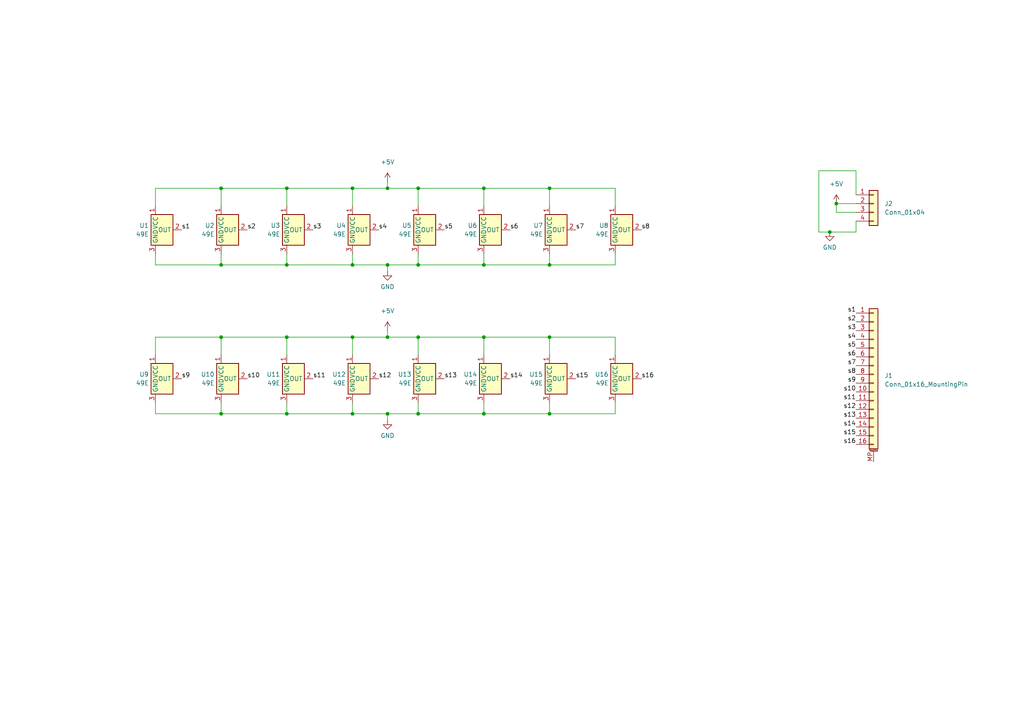
<source format=kicad_sch>
(kicad_sch (version 20211123) (generator eeschema)
  (paper "A4")
  (lib_symbols
    (symbol "Connector_Generic:Conn_01x04" (pin_names (offset 1.016) hide)
      (property "Reference" "J" (at 0 5.08 0))
      (property "Value" "Conn_01x04" (at 0 -7.62 0))
      (symbol "Conn_01x04_1_1"
        (rectangle (start -1.27 -4.953) (end 0 -5.207) (stroke (width 0.1524)))
        (rectangle (start -1.27 -2.413) (end 0 -2.667) (stroke (width 0.1524)))
        (rectangle (start -1.27 0.127) (end 0 -0.127) (stroke (width 0.1524)))
        (rectangle (start -1.27 2.667) (end 0 2.413) (stroke (width 0.1524)))
        (rectangle (start -1.27 3.81) (end 1.27 -6.35) (stroke (width 0.254)) (fill (type background)))
        (pin passive line (at -5.08 2.54 0) (length 3.81) (name "Pin_1") (number "1"))
        (pin passive line (at -5.08 0 0) (length 3.81) (name "Pin_2") (number "2"))
        (pin passive line (at -5.08 -2.54 0) (length 3.81) (name "Pin_3") (number "3"))
        (pin passive line (at -5.08 -5.08 0) (length 3.81) (name "Pin_4") (number "4"))
      )
    )
    (symbol "Connector_Generic_MountingPin:Conn_01x16_MountingPin" (pin_names (offset 1.016) hide)
      (property "Reference" "J" (at 0 20.32 0))
      (property "Value" "Conn_01x16_MountingPin" (at 1.27 -22.86 0))
      (symbol "Conn_01x16_MountingPin_1_1"
        (rectangle (start -1.27 -20.193) (end 0 -20.447) (stroke (width 0.1524)))
        (rectangle (start -1.27 -17.653) (end 0 -17.907) (stroke (width 0.1524)))
        (rectangle (start -1.27 -15.113) (end 0 -15.367) (stroke (width 0.1524)))
        (rectangle (start -1.27 -12.573) (end 0 -12.827) (stroke (width 0.1524)))
        (rectangle (start -1.27 -10.033) (end 0 -10.287) (stroke (width 0.1524)))
        (rectangle (start -1.27 -7.493) (end 0 -7.747) (stroke (width 0.1524)))
        (rectangle (start -1.27 -4.953) (end 0 -5.207) (stroke (width 0.1524)))
        (rectangle (start -1.27 -2.413) (end 0 -2.667) (stroke (width 0.1524)))
        (rectangle (start -1.27 0.127) (end 0 -0.127) (stroke (width 0.1524)))
        (rectangle (start -1.27 2.667) (end 0 2.413) (stroke (width 0.1524)))
        (rectangle (start -1.27 5.207) (end 0 4.953) (stroke (width 0.1524)))
        (rectangle (start -1.27 7.747) (end 0 7.493) (stroke (width 0.1524)))
        (rectangle (start -1.27 10.287) (end 0 10.033) (stroke (width 0.1524)))
        (rectangle (start -1.27 12.827) (end 0 12.573) (stroke (width 0.1524)))
        (rectangle (start -1.27 15.367) (end 0 15.113) (stroke (width 0.1524)))
        (rectangle (start -1.27 17.907) (end 0 17.653) (stroke (width 0.1524)))
        (rectangle (start -1.27 19.05) (end 1.27 -21.59) (stroke (width 0.254)) (fill (type background)))
        (polyline (pts (xy -1.016 -22.352) (xy 1.016 -22.352)) (stroke (width 0.1524)))
        (text "Mounting" (at 0 -21.971 0) (effects (font (size 0.381 0.381))))
        (pin passive line (at -5.08 17.78 0) (length 3.81) (name "Pin_1") (number "1"))
        (pin passive line (at -5.08 -5.08 0) (length 3.81) (name "Pin_10") (number "10"))
        (pin passive line (at -5.08 -7.62 0) (length 3.81) (name "Pin_11") (number "11"))
        (pin passive line (at -5.08 -10.16 0) (length 3.81) (name "Pin_12") (number "12"))
        (pin passive line (at -5.08 -12.7 0) (length 3.81) (name "Pin_13") (number "13"))
        (pin passive line (at -5.08 -15.24 0) (length 3.81) (name "Pin_14") (number "14"))
        (pin passive line (at -5.08 -17.78 0) (length 3.81) (name "Pin_15") (number "15"))
        (pin passive line (at -5.08 -20.32 0) (length 3.81) (name "Pin_16") (number "16"))
        (pin passive line (at -5.08 15.24 0) (length 3.81) (name "Pin_2") (number "2"))
        (pin passive line (at -5.08 12.7 0) (length 3.81) (name "Pin_3") (number "3"))
        (pin passive line (at -5.08 10.16 0) (length 3.81) (name "Pin_4") (number "4"))
        (pin passive line (at -5.08 7.62 0) (length 3.81) (name "Pin_5") (number "5"))
        (pin passive line (at -5.08 5.08 0) (length 3.81) (name "Pin_6") (number "6"))
        (pin passive line (at -5.08 2.54 0) (length 3.81) (name "Pin_7") (number "7"))
        (pin passive line (at -5.08 0 0) (length 3.81) (name "Pin_8") (number "8"))
        (pin passive line (at -5.08 -2.54 0) (length 3.81) (name "Pin_9") (number "9"))
        (pin passive line (at 0 -25.4 90) (length 3.048) (name "MountPin") (number "MP"))
      )
    )
    (symbol "SM351LT_2"
      (property "Reference" "U2" (at -3.81 1.2701 0))
      (property "Value" "SM351LT_2" (at -3.81 -1.2699 0))
      (symbol "SM351LT_2_0_1"
        (rectangle (start -3.175 4.445) (end 3.175 -4.445) (stroke (width 0.254)) (fill (type background)))
      )
      (symbol "SM351LT_2_1_1"
        (pin power_in line (at -1.905 6.985 270) (length 2.54) (name "VCC") (number "1"))
        (pin output line (at 5.715 0 180) (length 2.54) (name "OUT") (number "2"))
        (pin power_in line (at -1.905 -6.985 90) (length 2.54) (name "GND") (number "3"))
      )
    )
    (symbol "power:+5V" (power) (pin_names (offset 0))
      (property "Value" "+5V" (at 0 3.556 0))
      (symbol "+5V_0_1"
        (polyline (pts (xy -0.762 1.27) (xy 0 2.54)))
        (polyline (pts (xy 0 0) (xy 0 2.54)))
        (polyline (pts (xy 0 2.54) (xy 0.762 1.27)))
      )
      (symbol "+5V_1_1"
        (pin power_in line (at 0 0 90) (length 0) hide (name "+5V") (number "1"))
      )
    )
    (symbol "power:GND" (power) (pin_names (offset 0))
      (property "Value" "GND" (at 0 -3.81 0))
      (symbol "GND_0_1"
        (polyline (pts (xy 0 0) (xy 0 -1.27) (xy 1.27 -1.27) (xy 0 -2.54) (xy -1.27 -1.27) (xy 0 -1.27)))
      )
      (symbol "GND_1_1"
        (pin power_in line (at 0 0 270) (length 0) hide (name "GND") (number "1"))
      )
    )
  )
  (junction (at 83.185 54.61))
  (junction (at 112.395 120.015))
  (junction (at 240.665 67.31))
  (junction (at 83.185 97.79))
  (junction (at 121.285 54.61))
  (junction (at 242.57 59.055))
  (junction (at 83.185 120.015))
  (junction (at 102.235 54.61))
  (junction (at 140.335 120.015))
  (junction (at 159.385 120.015))
  (junction (at 121.285 76.835))
  (junction (at 112.395 54.61))
  (junction (at 159.385 54.61))
  (junction (at 83.185 76.835))
  (junction (at 102.235 97.79))
  (junction (at 64.135 76.835))
  (junction (at 159.385 76.835))
  (junction (at 102.235 76.835))
  (junction (at 140.335 97.79))
  (junction (at 64.135 54.61))
  (junction (at 140.335 76.835))
  (junction (at 112.395 97.79))
  (junction (at 112.395 76.835))
  (junction (at 121.285 120.015))
  (junction (at 140.335 54.61))
  (junction (at 64.135 120.015))
  (junction (at 121.285 97.79))
  (junction (at 64.135 97.79))
  (junction (at 159.385 97.79))
  (junction (at 102.235 120.015))
  (wire (pts (xy 45.085 97.79) (xy 64.135 97.79)))
  (wire (pts (xy 140.335 116.84) (xy 140.335 120.015)))
  (wire (pts (xy 140.335 76.835) (xy 159.385 76.835)))
  (wire (pts (xy 64.135 97.79) (xy 64.135 102.87)))
  (wire (pts (xy 102.235 116.84) (xy 102.235 120.015)))
  (wire (pts (xy 45.085 76.835) (xy 64.135 76.835)))
  (wire (pts (xy 64.135 116.84) (xy 64.135 120.015)))
  (wire (pts (xy 121.285 76.835) (xy 140.335 76.835)))
  (wire (pts (xy 102.235 54.61) (xy 112.395 54.61)))
  (wire (pts (xy 112.395 52.705) (xy 112.395 54.61)))
  (wire (pts (xy 140.335 54.61) (xy 159.385 54.61)))
  (wire (pts (xy 83.185 73.66) (xy 83.185 76.835)))
  (wire (pts (xy 112.395 120.015) (xy 112.395 121.92)))
  (wire (pts (xy 159.385 54.61) (xy 159.385 59.69)))
  (wire (pts (xy 45.085 116.84) (xy 45.085 120.015)))
  (wire (pts (xy 248.285 61.595) (xy 242.57 61.595)))
  (wire (pts (xy 112.395 97.79) (xy 121.285 97.79)))
  (wire (pts (xy 112.395 120.015) (xy 121.285 120.015)))
  (wire (pts (xy 121.285 97.79) (xy 121.285 102.87)))
  (wire (pts (xy 178.435 76.835) (xy 178.435 73.66)))
  (wire (pts (xy 159.385 97.79) (xy 159.385 102.87)))
  (wire (pts (xy 102.235 102.87) (xy 102.235 97.79)))
  (wire (pts (xy 242.57 59.055) (xy 248.285 59.055)))
  (wire (pts (xy 237.49 67.31) (xy 240.665 67.31)))
  (wire (pts (xy 159.385 116.84) (xy 159.385 120.015)))
  (wire (pts (xy 140.335 73.66) (xy 140.335 76.835)))
  (wire (pts (xy 248.285 56.515) (xy 248.285 49.53)))
  (wire (pts (xy 121.285 54.61) (xy 140.335 54.61)))
  (wire (pts (xy 64.135 54.61) (xy 64.135 59.69)))
  (wire (pts (xy 178.435 97.79) (xy 178.435 102.87)))
  (wire (pts (xy 140.335 120.015) (xy 159.385 120.015)))
  (wire (pts (xy 240.665 67.31) (xy 248.285 67.31)))
  (wire (pts (xy 83.185 76.835) (xy 102.235 76.835)))
  (wire (pts (xy 45.085 73.66) (xy 45.085 76.835)))
  (wire (pts (xy 102.235 76.835) (xy 112.395 76.835)))
  (wire (pts (xy 102.235 97.79) (xy 112.395 97.79)))
  (wire (pts (xy 102.235 73.66) (xy 102.235 76.835)))
  (wire (pts (xy 112.395 76.835) (xy 121.285 76.835)))
  (wire (pts (xy 45.085 54.61) (xy 64.135 54.61)))
  (wire (pts (xy 102.235 59.69) (xy 102.235 54.61)))
  (wire (pts (xy 159.385 76.835) (xy 178.435 76.835)))
  (wire (pts (xy 248.285 64.135) (xy 248.285 67.31)))
  (wire (pts (xy 121.285 116.84) (xy 121.285 120.015)))
  (wire (pts (xy 178.435 120.015) (xy 178.435 116.84)))
  (wire (pts (xy 121.285 97.79) (xy 140.335 97.79)))
  (wire (pts (xy 83.185 116.84) (xy 83.185 120.015)))
  (wire (pts (xy 237.49 49.53) (xy 237.49 67.31)))
  (wire (pts (xy 140.335 102.87) (xy 140.335 97.79)))
  (wire (pts (xy 242.57 59.055) (xy 242.57 61.595)))
  (wire (pts (xy 83.185 54.61) (xy 102.235 54.61)))
  (wire (pts (xy 45.085 102.87) (xy 45.085 97.79)))
  (wire (pts (xy 159.385 97.79) (xy 178.435 97.79)))
  (wire (pts (xy 64.135 73.66) (xy 64.135 76.835)))
  (wire (pts (xy 83.185 97.79) (xy 102.235 97.79)))
  (wire (pts (xy 64.135 76.835) (xy 83.185 76.835)))
  (wire (pts (xy 112.395 95.885) (xy 112.395 97.79)))
  (wire (pts (xy 64.135 120.015) (xy 83.185 120.015)))
  (wire (pts (xy 112.395 76.835) (xy 112.395 78.74)))
  (wire (pts (xy 140.335 59.69) (xy 140.335 54.61)))
  (wire (pts (xy 112.395 54.61) (xy 121.285 54.61)))
  (wire (pts (xy 140.335 97.79) (xy 159.385 97.79)))
  (wire (pts (xy 159.385 120.015) (xy 178.435 120.015)))
  (wire (pts (xy 159.385 73.66) (xy 159.385 76.835)))
  (wire (pts (xy 178.435 54.61) (xy 178.435 59.69)))
  (wire (pts (xy 159.385 54.61) (xy 178.435 54.61)))
  (wire (pts (xy 64.135 97.79) (xy 83.185 97.79)))
  (wire (pts (xy 121.285 54.61) (xy 121.285 59.69)))
  (wire (pts (xy 121.285 73.66) (xy 121.285 76.835)))
  (wire (pts (xy 45.085 59.69) (xy 45.085 54.61)))
  (wire (pts (xy 83.185 97.79) (xy 83.185 102.87)))
  (wire (pts (xy 102.235 120.015) (xy 112.395 120.015)))
  (wire (pts (xy 248.285 49.53) (xy 237.49 49.53)))
  (wire (pts (xy 83.185 54.61) (xy 83.185 59.69)))
  (wire (pts (xy 64.135 54.61) (xy 83.185 54.61)))
  (wire (pts (xy 45.085 120.015) (xy 64.135 120.015)))
  (wire (pts (xy 83.185 120.015) (xy 102.235 120.015)))
  (wire (pts (xy 121.285 120.015) (xy 140.335 120.015)))
  (label "s8" (at 248.285 108.585 180))
  (label "s2" (at 71.755 66.675 0))
  (label "s15" (at 248.285 126.365 180))
  (label "s11" (at 90.805 109.855 0))
  (label "s6" (at 248.285 103.505 180))
  (label "s16" (at 186.055 109.855 0))
  (label "s10" (at 71.755 109.855 0))
  (label "s1" (at 248.285 90.805 180))
  (label "s2" (at 248.285 93.345 180))
  (label "s14" (at 248.285 123.825 180))
  (label "s11" (at 248.285 116.205 180))
  (label "s4" (at 109.855 66.675 0))
  (label "s3" (at 90.805 66.675 0))
  (label "s8" (at 186.055 66.675 0))
  (label "s9" (at 52.705 109.855 0))
  (label "s6" (at 147.955 66.675 0))
  (label "s4" (at 248.285 98.425 180))
  (label "s12" (at 109.855 109.855 0))
  (label "s13" (at 128.905 109.855 0))
  (label "s12" (at 248.285 118.745 180))
  (label "s16" (at 248.285 128.905 180))
  (label "s7" (at 167.005 66.675 0))
  (label "s1" (at 52.705 66.675 0))
  (label "s15" (at 167.005 109.855 0))
  (label "s5" (at 128.905 66.675 0))
  (label "s5" (at 248.285 100.965 180))
  (label "s10" (at 248.285 113.665 180))
  (label "s14" (at 147.955 109.855 0))
  (label "s3" (at 248.285 95.885 180))
  (label "s7" (at 248.285 106.045 180))
  (label "s9" (at 248.285 111.125 180))
  (label "s13" (at 248.285 121.285 180))
  (symbol (lib_id "Connector_Generic:Conn_01x04") (at 253.365 59.055 0) (unit 1)
    (property "Reference" "J2" (at 256.54 59.0549 0) (effects (justify left)))
    (property "Value" "Conn_01x04" (at 256.54 61.5949 0) (effects (justify left)))
    (property "Footprint" "Connector_PinHeader_2.54mm:PinHeader_1x04_P2.54mm_Vertical" (effects hide))
  )
  (symbol (lib_name "SM351LT_2") (lib_id "Sensor_Magnetic:SM351LT") (at 123.19 109.855 0) (unit 1)
    (property "Reference" "U13" (at 119.38 108.5849 0) (effects (justify right)))
    (property "Value" "49E" (at 119.38 111.1249 0) (effects (justify right)))
    (property "Footprint" "INEP:SOT-23" (effects hide))
  )
  (symbol (lib_name "SM351LT_2") (lib_id "Sensor_Magnetic:SM351LT") (at 161.29 66.675 0) (unit 1)
    (property "Reference" "U7" (at 157.48 65.4049 0) (effects (justify right)))
    (property "Value" "49E" (at 157.48 67.9449 0) (effects (justify right)))
    (property "Footprint" "INEP:SOT-23" (effects hide))
  )
  (symbol (lib_name "SM351LT_2") (lib_id "Sensor_Magnetic:SM351LT") (at 85.09 66.675 0) (unit 1)
    (property "Reference" "U3" (at 81.28 65.4049 0) (effects (justify right)))
    (property "Value" "49E" (at 81.28 67.9449 0) (effects (justify right)))
    (property "Footprint" "INEP:SOT-23" (effects hide))
  )
  (symbol (lib_name "SM351LT_2") (lib_id "Sensor_Magnetic:SM351LT") (at 161.29 109.855 0) (unit 1)
    (property "Reference" "U15" (at 157.48 108.5849 0) (effects (justify right)))
    (property "Value" "49E" (at 157.48 111.1249 0) (effects (justify right)))
    (property "Footprint" "INEP:SOT-23" (effects hide))
  )
  (symbol (lib_name "SM351LT_2") (lib_id "Sensor_Magnetic:SM351LT") (at 46.99 109.855 0) (unit 1)
    (property "Reference" "U9" (at 43.18 108.5849 0) (effects (justify right)))
    (property "Value" "49E" (at 43.18 111.1249 0) (effects (justify right)))
    (property "Footprint" "INEP:SOT-23" (effects hide))
  )
  (symbol (lib_id "power:GND") (at 112.395 121.92 0) (unit 1)
    (property "Reference" "#PWR04" (effects hide))
    (property "Value" "GND" (at 112.395 126.365 0))
  )
  (symbol (lib_id "power:GND") (at 112.395 78.74 0) (unit 1)
    (property "Reference" "#PWR02" (effects hide))
    (property "Value" "GND" (at 112.395 83.185 0))
  )
  (symbol (lib_name "SM351LT_2") (lib_id "Sensor_Magnetic:SM351LT") (at 123.19 66.675 0) (unit 1)
    (property "Reference" "U5" (at 119.38 65.4049 0) (effects (justify right)))
    (property "Value" "49E" (at 119.38 67.9449 0) (effects (justify right)))
    (property "Footprint" "INEP:SOT-23" (effects hide))
  )
  (symbol (lib_id "power:+5V") (at 242.57 59.055 0) (unit 1)
    (property "Reference" "#PWR0102" (effects hide))
    (property "Value" "+5V" (at 242.57 53.34 0))
  )
  (symbol (lib_name "SM351LT_2") (lib_id "Sensor_Magnetic:SM351LT") (at 180.34 109.855 0) (unit 1)
    (property "Reference" "U16" (at 176.53 108.5849 0) (effects (justify right)))
    (property "Value" "49E" (at 176.53 111.1249 0) (effects (justify right)))
    (property "Footprint" "INEP:SOT-23" (effects hide))
  )
  (symbol (lib_name "SM351LT_2") (lib_id "Sensor_Magnetic:SM351LT") (at 142.24 66.675 0) (unit 1)
    (property "Reference" "U6" (at 138.43 65.4049 0) (effects (justify right)))
    (property "Value" "49E" (at 138.43 67.9449 0) (effects (justify right)))
    (property "Footprint" "INEP:SOT-23" (effects hide))
  )
  (symbol (lib_id "power:+5V") (at 112.395 52.705 0) (unit 1)
    (property "Reference" "#PWR01" (effects hide))
    (property "Value" "+5V" (at 112.395 46.99 0))
  )
  (symbol (lib_name "SM351LT_2") (lib_id "Sensor_Magnetic:SM351LT") (at 104.14 109.855 0) (unit 1)
    (property "Reference" "U12" (at 100.33 108.5849 0) (effects (justify right)))
    (property "Value" "49E" (at 100.33 111.1249 0) (effects (justify right)))
    (property "Footprint" "INEP:SOT-23" (effects hide))
  )
  (symbol (lib_name "SM351LT_2") (lib_id "Sensor_Magnetic:SM351LT") (at 66.04 66.675 0) (unit 1)
    (property "Reference" "U2" (at 62.23 65.4049 0) (effects (justify right)))
    (property "Value" "49E" (at 62.23 67.9449 0) (effects (justify right)))
    (property "Footprint" "INEP:SOT-23" (effects hide))
  )
  (symbol (lib_name "SM351LT_2") (lib_id "Sensor_Magnetic:SM351LT") (at 85.09 109.855 0) (unit 1)
    (property "Reference" "U11" (at 81.28 108.5849 0) (effects (justify right)))
    (property "Value" "49E" (at 81.28 111.1249 0) (effects (justify right)))
    (property "Footprint" "INEP:SOT-23" (effects hide))
  )
  (symbol (lib_name "SM351LT_2") (lib_id "Sensor_Magnetic:SM351LT") (at 46.99 66.675 0) (unit 1)
    (property "Reference" "U1" (at 43.18 65.4049 0) (effects (justify right)))
    (property "Value" "49E" (at 43.18 67.9449 0) (effects (justify right)))
    (property "Footprint" "INEP:SOT-23" (effects hide))
  )
  (symbol (lib_id "power:GND") (at 240.665 67.31 0) (unit 1)
    (property "Reference" "#PWR0101" (effects hide))
    (property "Value" "GND" (at 240.665 71.755 0))
  )
  (symbol (lib_name "SM351LT_2") (lib_id "Sensor_Magnetic:SM351LT") (at 104.14 66.675 0) (unit 1)
    (property "Reference" "U4" (at 100.33 65.4049 0) (effects (justify right)))
    (property "Value" "49E" (at 100.33 67.9449 0) (effects (justify right)))
    (property "Footprint" "INEP:SOT-23" (effects hide))
  )
  (symbol (lib_id "Connector_Generic_MountingPin:Conn_01x16_MountingPin") (at 253.365 108.585 0) (unit 1)
    (property "Reference" "J1" (at 256.54 108.9405 0) (effects (justify left)))
    (property "Value" "Conn_01x16_MountingPin" (at 256.54 111.4805 0) (effects (justify left)))
    (property "Footprint" "Connector_PinHeader_2.54mm:PinHeader_1x16_P2.54mm_Vertical" (effects hide))
  )
  (symbol (lib_name "SM351LT_2") (lib_id "Sensor_Magnetic:SM351LT") (at 142.24 109.855 0) (unit 1)
    (property "Reference" "U14" (at 138.43 108.5849 0) (effects (justify right)))
    (property "Value" "49E" (at 138.43 111.1249 0) (effects (justify right)))
    (property "Footprint" "INEP:SOT-23" (effects hide))
  )
  (symbol (lib_name "SM351LT_2") (lib_id "Sensor_Magnetic:SM351LT") (at 180.34 66.675 0) (unit 1)
    (property "Reference" "U8" (at 176.53 65.4049 0) (effects (justify right)))
    (property "Value" "49E" (at 176.53 67.9449 0) (effects (justify right)))
    (property "Footprint" "INEP:SOT-23" (effects hide))
  )
  (symbol (lib_id "power:+5V") (at 112.395 95.885 0) (unit 1)
    (property "Reference" "#PWR03" (effects hide))
    (property "Value" "+5V" (at 112.395 90.17 0))
  )
  (symbol (lib_name "SM351LT_2") (lib_id "Sensor_Magnetic:SM351LT") (at 66.04 109.855 0) (unit 1)
    (property "Reference" "U10" (at 62.23 108.5849 0) (effects (justify right)))
    (property "Value" "49E" (at 62.23 111.1249 0) (effects (justify right)))
    (property "Footprint" "INEP:SOT-23" (effects hide))
  )
)
</source>
